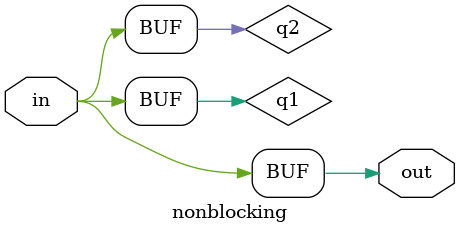
<source format=v>
`timescale 1ns / 1ps


module nonblocking (
    input in,
    output reg out
    );
          
    reg q1, q2;
    
    
    always @(in) begin
      q1 = in;
      q2 = q1;
      out = q2;
    end
endmodule


</source>
